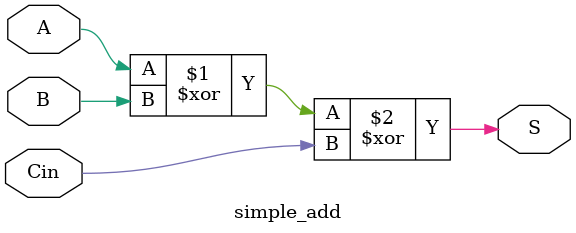
<source format=v>

`timescale 1ns / 1ps

module simple_add
  ( A,
    B,
    Cin,
    S );
    
input wire [0:0] A;
input wire [0:0] B;
input wire [0:0] Cin;
output wire [0:0] S;

assign S = (A ^ B) ^ Cin;
    
endmodule

</source>
